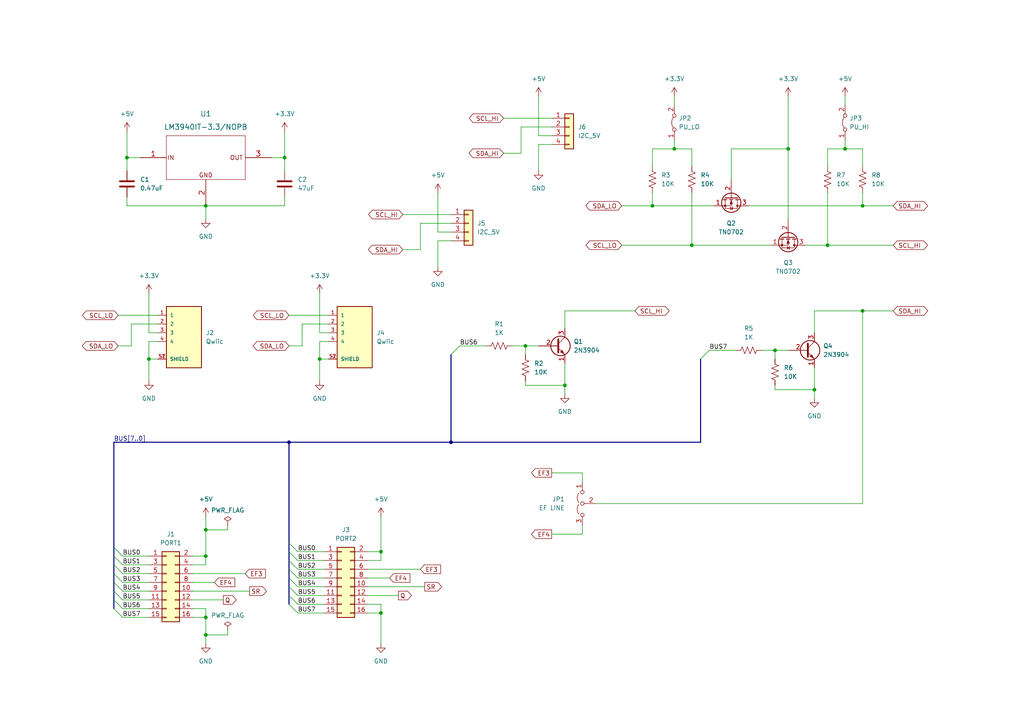
<source format=kicad_sch>
(kicad_sch (version 20211123) (generator eeschema)
  (paper "A4")
  (lib_symbols
    (symbol "Connector_Generic:Conn_01x04" (pin_names (offset 1.016) hide)
      (property "Reference" "J" (at 0 5.08 0))
      (property "Value" "Conn_01x04" (at 0 -7.62 0))
      (symbol "Conn_01x04_1_1"
        (rectangle (start -1.27 -4.953) (end 0 -5.207) (stroke (width 0.1524)))
        (rectangle (start -1.27 -2.413) (end 0 -2.667) (stroke (width 0.1524)))
        (rectangle (start -1.27 0.127) (end 0 -0.127) (stroke (width 0.1524)))
        (rectangle (start -1.27 2.667) (end 0 2.413) (stroke (width 0.1524)))
        (rectangle (start -1.27 3.81) (end 1.27 -6.35) (stroke (width 0.254)) (fill (type background)))
        (pin passive line (at -5.08 2.54 0) (length 3.81) (name "Pin_1") (number "1"))
        (pin passive line (at -5.08 0 0) (length 3.81) (name "Pin_2") (number "2"))
        (pin passive line (at -5.08 -2.54 0) (length 3.81) (name "Pin_3") (number "3"))
        (pin passive line (at -5.08 -5.08 0) (length 3.81) (name "Pin_4") (number "4"))
      )
    )
    (symbol "Connector_Generic:Conn_02x08_Odd_Even" (pin_names (offset 1.016) hide)
      (property "Reference" "J" (at 1.27 10.16 0))
      (property "Value" "Conn_02x08_Odd_Even" (at 1.27 -12.7 0))
      (symbol "Conn_02x08_Odd_Even_1_1"
        (rectangle (start -1.27 -10.033) (end 0 -10.287) (stroke (width 0.1524)))
        (rectangle (start -1.27 -7.493) (end 0 -7.747) (stroke (width 0.1524)))
        (rectangle (start -1.27 -4.953) (end 0 -5.207) (stroke (width 0.1524)))
        (rectangle (start -1.27 -2.413) (end 0 -2.667) (stroke (width 0.1524)))
        (rectangle (start -1.27 0.127) (end 0 -0.127) (stroke (width 0.1524)))
        (rectangle (start -1.27 2.667) (end 0 2.413) (stroke (width 0.1524)))
        (rectangle (start -1.27 5.207) (end 0 4.953) (stroke (width 0.1524)))
        (rectangle (start -1.27 7.747) (end 0 7.493) (stroke (width 0.1524)))
        (rectangle (start -1.27 8.89) (end 3.81 -11.43) (stroke (width 0.254)) (fill (type background)))
        (rectangle (start 3.81 -10.033) (end 2.54 -10.287) (stroke (width 0.1524)))
        (rectangle (start 3.81 -7.493) (end 2.54 -7.747) (stroke (width 0.1524)))
        (rectangle (start 3.81 -4.953) (end 2.54 -5.207) (stroke (width 0.1524)))
        (rectangle (start 3.81 -2.413) (end 2.54 -2.667) (stroke (width 0.1524)))
        (rectangle (start 3.81 0.127) (end 2.54 -0.127) (stroke (width 0.1524)))
        (rectangle (start 3.81 2.667) (end 2.54 2.413) (stroke (width 0.1524)))
        (rectangle (start 3.81 5.207) (end 2.54 4.953) (stroke (width 0.1524)))
        (rectangle (start 3.81 7.747) (end 2.54 7.493) (stroke (width 0.1524)))
        (pin passive line (at -5.08 7.62 0) (length 3.81) (name "Pin_1") (number "1"))
        (pin passive line (at 7.62 -2.54 180) (length 3.81) (name "Pin_10") (number "10"))
        (pin passive line (at -5.08 -5.08 0) (length 3.81) (name "Pin_11") (number "11"))
        (pin passive line (at 7.62 -5.08 180) (length 3.81) (name "Pin_12") (number "12"))
        (pin passive line (at -5.08 -7.62 0) (length 3.81) (name "Pin_13") (number "13"))
        (pin passive line (at 7.62 -7.62 180) (length 3.81) (name "Pin_14") (number "14"))
        (pin passive line (at -5.08 -10.16 0) (length 3.81) (name "Pin_15") (number "15"))
        (pin passive line (at 7.62 -10.16 180) (length 3.81) (name "Pin_16") (number "16"))
        (pin passive line (at 7.62 7.62 180) (length 3.81) (name "Pin_2") (number "2"))
        (pin passive line (at -5.08 5.08 0) (length 3.81) (name "Pin_3") (number "3"))
        (pin passive line (at 7.62 5.08 180) (length 3.81) (name "Pin_4") (number "4"))
        (pin passive line (at -5.08 2.54 0) (length 3.81) (name "Pin_5") (number "5"))
        (pin passive line (at 7.62 2.54 180) (length 3.81) (name "Pin_6") (number "6"))
        (pin passive line (at -5.08 0 0) (length 3.81) (name "Pin_7") (number "7"))
        (pin passive line (at 7.62 0 180) (length 3.81) (name "Pin_8") (number "8"))
        (pin passive line (at -5.08 -2.54 0) (length 3.81) (name "Pin_9") (number "9"))
      )
    )
    (symbol "Device:C" (pin_numbers hide) (pin_names (offset 0.254))
      (property "Reference" "C" (at 0.635 2.54 0))
      (property "Value" "C" (at 0.635 -2.54 0))
      (symbol "C_0_1"
        (polyline (pts (xy -2.032 -0.762) (xy 2.032 -0.762)) (stroke (width 0.508)))
        (polyline (pts (xy -2.032 0.762) (xy 2.032 0.762)) (stroke (width 0.508)))
      )
      (symbol "C_1_1"
        (pin passive line (at 0 3.81 270) (length 2.794) (name "~") (number "1"))
        (pin passive line (at 0 -3.81 90) (length 2.794) (name "~") (number "2"))
      )
    )
    (symbol "Device:Q_NMOS_SGD" (pin_names (offset 0) hide)
      (property "Reference" "Q" (at 5.08 1.27 0))
      (property "Value" "Q_NMOS_SGD" (at 5.08 -1.27 0))
      (symbol "Q_NMOS_SGD_0_1"
        (polyline (pts (xy 0.254 0) (xy -2.54 0)))
        (polyline (pts (xy 0.254 1.905) (xy 0.254 -1.905)) (stroke (width 0.254)))
        (polyline (pts (xy 0.762 -1.27) (xy 0.762 -2.286)) (stroke (width 0.254)))
        (polyline (pts (xy 0.762 0.508) (xy 0.762 -0.508)) (stroke (width 0.254)))
        (polyline (pts (xy 0.762 2.286) (xy 0.762 1.27)) (stroke (width 0.254)))
        (polyline (pts (xy 2.54 2.54) (xy 2.54 1.778)))
        (polyline (pts (xy 2.54 -2.54) (xy 2.54 0) (xy 0.762 0)))
        (polyline (pts (xy 0.762 -1.778) (xy 3.302 -1.778) (xy 3.302 1.778) (xy 0.762 1.778)))
        (polyline (pts (xy 1.016 0) (xy 2.032 0.381) (xy 2.032 -0.381) (xy 1.016 0)) (fill (type outline)))
        (polyline (pts (xy 2.794 0.508) (xy 2.921 0.381) (xy 3.683 0.381) (xy 3.81 0.254)))
        (polyline (pts (xy 3.302 0.381) (xy 2.921 -0.254) (xy 3.683 -0.254) (xy 3.302 0.381)))
        (circle (center 1.651 0) (radius 2.794) (stroke (width 0.254)))
        (circle (center 2.54 -1.778) (radius 0.254) (fill (type outline)))
        (circle (center 2.54 1.778) (radius 0.254) (fill (type outline)))
      )
      (symbol "Q_NMOS_SGD_1_1"
        (pin passive line (at 2.54 -5.08 90) (length 2.54) (name "S") (number "1"))
        (pin input line (at -5.08 0 0) (length 5.08) (name "G") (number "2"))
        (pin passive line (at 2.54 5.08 270) (length 2.54) (name "D") (number "3"))
      )
    )
    (symbol "Device:R_US" (pin_numbers hide) (pin_names (offset 0))
      (property "Reference" "R" (at 2.54 0 90))
      (property "Value" "R_US" (at -2.54 0 90))
      (symbol "R_US_0_1"
        (polyline (pts (xy 0 -2.286) (xy 0 -2.54)))
        (polyline (pts (xy 0 2.286) (xy 0 2.54)))
        (polyline (pts (xy 0 -0.762) (xy 1.016 -1.143) (xy 0 -1.524) (xy -1.016 -1.905) (xy 0 -2.286)))
        (polyline (pts (xy 0 0.762) (xy 1.016 0.381) (xy 0 0) (xy -1.016 -0.381) (xy 0 -0.762)))
        (polyline (pts (xy 0 2.286) (xy 1.016 1.905) (xy 0 1.524) (xy -1.016 1.143) (xy 0 0.762)))
      )
      (symbol "R_US_1_1"
        (pin passive line (at 0 3.81 270) (length 1.27) (name "~") (number "1"))
        (pin passive line (at 0 -3.81 90) (length 1.27) (name "~") (number "2"))
      )
    )
    (symbol "Jumper:Jumper_2_Bridged" (pin_names (offset 0) hide)
      (property "Reference" "JP" (at 0 1.905 0))
      (property "Value" "Jumper_2_Bridged" (at 0 -2.54 0))
      (symbol "Jumper_2_Bridged_0_0"
        (circle (center -2.032 0) (radius 0.508))
        (circle (center 2.032 0) (radius 0.508))
      )
      (symbol "Jumper_2_Bridged_0_1"
        (arc (start 1.524 0.254) (mid 0 0.762) (end -1.524 0.254))
      )
      (symbol "Jumper_2_Bridged_1_1"
        (pin passive line (at -5.08 0 0) (length 2.54) (name "A") (number "1"))
        (pin passive line (at 5.08 0 180) (length 2.54) (name "B") (number "2"))
      )
    )
    (symbol "Jumper:Jumper_3_Open" (pin_names (offset 0) hide)
      (property "Reference" "JP" (at -2.54 -2.54 0))
      (property "Value" "Jumper_3_Open" (at 0 2.794 0))
      (symbol "Jumper_3_Open_0_0"
        (circle (center -3.302 0) (radius 0.508))
        (circle (center 0 0) (radius 0.508))
        (circle (center 3.302 0) (radius 0.508))
      )
      (symbol "Jumper_3_Open_0_1"
        (arc (start -0.254 1.016) (mid -1.651 1.4992) (end -3.048 1.016))
        (polyline (pts (xy 0 -0.508) (xy 0 -1.27)))
        (arc (start 3.048 1.016) (mid 1.651 1.4992) (end 0.254 1.016))
      )
      (symbol "Jumper_3_Open_1_1"
        (pin passive line (at -6.35 0 0) (length 2.54) (name "A") (number "1"))
        (pin passive line (at 0 -3.81 90) (length 2.54) (name "C") (number "2"))
        (pin passive line (at 6.35 0 180) (length 2.54) (name "B") (number "3"))
      )
    )
    (symbol "QWIIC:SM04B-SRSS-TB(LF)(SN)" (pin_names (offset 1.016))
      (property "Reference" "J" (at -5.0831 8.1433 0))
      (property "Value" "SM04B-SRSS-TB(LF)(SN)" (at -5.0835 -11.9557 0))
      (symbol "SM04B-SRSS-TB(LF)(SN)_0_0"
        (rectangle (start -5.08 -10.16) (end 5.08 7.62) (stroke (width 0.254)) (fill (type background)))
        (pin passive line (at -7.62 5.08 0) (length 2.54) (name "1") (number "1"))
        (pin passive line (at -7.62 2.54 0) (length 2.54) (name "2") (number "2"))
        (pin passive line (at -7.62 0 0) (length 2.54) (name "3") (number "3"))
        (pin passive line (at -7.62 -2.54 0) (length 2.54) (name "4") (number "4"))
        (pin passive line (at -7.62 -7.62 0) (length 2.54) (name "SHIELD") (number "S1"))
        (pin passive line (at -7.62 -7.62 0) (length 2.54) (name "SHIELD") (number "S2"))
      )
    )
    (symbol "Regulator:LM3940IT-3.3{brace}slash}NOPB" (pin_names (offset 0.254) hide)
      (property "Reference" "U" (at 19.05 10.16 0))
      (property "Value" "LM3940IT-3.3{brace}slash}NOPB" (at 19.05 7.62 0))
      (symbol "LM3940IT-3.3{brace}slash}NOPB_0_0"
        (text "GND" (at 19.05 -6.35 0) (effects (font (size 1.27 1.27))))
        (text "IN" (at 8.89 -1.27 0) (effects (font (size 1.27 1.27))))
        (text "OUT" (at 27.94 -1.27 0) (effects (font (size 1.27 1.27))))
      )
      (symbol "LM3940IT-3.3{brace}slash}NOPB_1_1"
        (polyline (pts (xy 7.62 -7.62) (xy 30.48 -7.62)) (stroke (width 0.127)))
        (polyline (pts (xy 7.62 5.08) (xy 7.62 -7.62)) (stroke (width 0.127)))
        (polyline (pts (xy 30.48 -7.62) (xy 30.48 5.08)) (stroke (width 0.127)))
        (polyline (pts (xy 30.48 5.08) (xy 7.62 5.08)) (stroke (width 0.127)))
        (pin power_in line (at 0 -1.27 0) (length 7.62) (name "IN") (number "1"))
        (pin power_in line (at 19.05 -15.24 90) (length 7.62) (name "GND") (number "2"))
        (pin power_out line (at 38.1 -1.27 180) (length 7.62) (name "OUT") (number "3"))
      )
    )
    (symbol "Transistor_BJT:2N3904" (pin_names (offset 0) hide)
      (property "Reference" "Q" (at 5.08 1.905 0))
      (property "Value" "2N3904" (at 5.08 0 0))
      (symbol "2N3904_0_1"
        (polyline (pts (xy 0.635 0.635) (xy 2.54 2.54)))
        (polyline (pts (xy 0.635 -0.635) (xy 2.54 -2.54) (xy 2.54 -2.54)))
        (polyline (pts (xy 0.635 1.905) (xy 0.635 -1.905) (xy 0.635 -1.905)) (stroke (width 0.508)))
        (polyline (pts (xy 1.27 -1.778) (xy 1.778 -1.27) (xy 2.286 -2.286) (xy 1.27 -1.778) (xy 1.27 -1.778)) (fill (type outline)))
        (circle (center 1.27 0) (radius 2.8194) (stroke (width 0.254)))
      )
      (symbol "2N3904_1_1"
        (pin passive line (at 2.54 -5.08 90) (length 2.54) (name "E") (number "1"))
        (pin passive line (at -5.08 0 0) (length 5.715) (name "B") (number "2"))
        (pin passive line (at 2.54 5.08 270) (length 2.54) (name "C") (number "3"))
      )
    )
    (symbol "power:+3.3V" (power) (pin_names (offset 0))
      (property "Value" "+3.3V" (at 0 3.556 0))
      (symbol "+3.3V_0_1"
        (polyline (pts (xy -0.762 1.27) (xy 0 2.54)))
        (polyline (pts (xy 0 0) (xy 0 2.54)))
        (polyline (pts (xy 0 2.54) (xy 0.762 1.27)))
      )
      (symbol "+3.3V_1_1"
        (pin power_in line (at 0 0 90) (length 0) hide (name "+3.3V") (number "1"))
      )
    )
    (symbol "power:+5V" (power) (pin_names (offset 0))
      (property "Value" "+5V" (at 0 3.556 0))
      (symbol "+5V_0_1"
        (polyline (pts (xy -0.762 1.27) (xy 0 2.54)))
        (polyline (pts (xy 0 0) (xy 0 2.54)))
        (polyline (pts (xy 0 2.54) (xy 0.762 1.27)))
      )
      (symbol "+5V_1_1"
        (pin power_in line (at 0 0 90) (length 0) hide (name "+5V") (number "1"))
      )
    )
    (symbol "power:GND" (power) (pin_names (offset 0))
      (property "Value" "GND" (at 0 -3.81 0))
      (symbol "GND_0_1"
        (polyline (pts (xy 0 0) (xy 0 -1.27) (xy 1.27 -1.27) (xy 0 -2.54) (xy -1.27 -1.27) (xy 0 -1.27)))
      )
      (symbol "GND_1_1"
        (pin power_in line (at 0 0 270) (length 0) hide (name "GND") (number "1"))
      )
    )
    (symbol "power:PWR_FLAG" (power) (pin_numbers hide) (pin_names (offset 0) hide)
      (property "Value" "PWR_FLAG" (at 0 3.81 0))
      (symbol "PWR_FLAG_0_0"
        (pin power_out line (at 0 0 90) (length 0) (name "pwr") (number "1"))
      )
      (symbol "PWR_FLAG_0_1"
        (polyline (pts (xy 0 0) (xy 0 1.27) (xy -1.016 1.905) (xy 0 2.54) (xy 1.016 1.905) (xy 0 1.27)))
      )
    )
  )
  (junction (at 59.69 184.15))
  (junction (at 36.83 45.72))
  (junction (at 224.79 101.6))
  (junction (at 43.18 104.14))
  (junction (at 240.03 71.12))
  (junction (at 195.58 43.18))
  (junction (at 110.49 177.8))
  (junction (at 200.66 71.12))
  (junction (at 59.69 179.07))
  (junction (at 236.22 113.03))
  (junction (at 59.69 59.69))
  (junction (at 82.55 45.72))
  (junction (at 110.49 160.02))
  (junction (at 83.82 128.27))
  (junction (at 250.19 59.69))
  (junction (at 245.11 43.18))
  (junction (at 228.6 43.18))
  (junction (at 92.71 104.14))
  (junction (at 130.81 128.27))
  (junction (at 163.83 111.76))
  (junction (at 59.69 153.67))
  (junction (at 59.69 161.29))
  (junction (at 250.19 90.17))
  (junction (at 189.23 59.69))
  (junction (at 152.4 100.33))
  (bus_entry (at 33.02 163.83) (size 2.54 2.54))
  (bus_entry (at 33.02 173.99) (size 2.54 2.54))
  (bus_entry (at 33.02 171.45) (size 2.54 2.54))
  (bus_entry (at 33.02 166.37) (size 2.54 2.54))
  (bus_entry (at 33.02 168.91) (size 2.54 2.54))
  (bus_entry (at 33.02 161.29) (size 2.54 2.54))
  (bus_entry (at 33.02 158.75) (size 2.54 2.54))
  (bus_entry (at 83.82 167.64) (size 2.54 2.54))
  (bus_entry (at 83.82 165.1) (size 2.54 2.54))
  (bus_entry (at 83.82 170.18) (size 2.54 2.54))
  (bus_entry (at 83.82 160.02) (size 2.54 2.54))
  (bus_entry (at 130.81 102.87) (size 2.54 -2.54))
  (bus_entry (at 83.82 162.56) (size 2.54 2.54))
  (bus_entry (at 83.82 157.48) (size 2.54 2.54))
  (bus_entry (at 83.82 172.72) (size 2.54 2.54))
  (bus_entry (at 33.02 176.53) (size 2.54 2.54))
  (bus_entry (at 83.82 175.26) (size 2.54 2.54))
  (bus_entry (at 203.2 104.14) (size 2.54 -2.54))
  (wire (pts (xy 106.68 175.26) (xy 110.49 175.26)))
  (wire (pts (xy 121.92 64.77) (xy 130.81 64.77)))
  (bus (pts (xy 33.02 171.45) (xy 33.02 173.99)))
  (wire (pts (xy 59.69 59.69) (xy 59.69 63.5)))
  (wire (pts (xy 43.18 85.09) (xy 43.18 96.52)))
  (wire (pts (xy 36.83 59.69) (xy 59.69 59.69)))
  (wire (pts (xy 233.68 71.12) (xy 240.03 71.12)))
  (wire (pts (xy 110.49 162.56) (xy 110.49 160.02)))
  (wire (pts (xy 82.55 57.15) (xy 82.55 59.69)))
  (wire (pts (xy 236.22 90.17) (xy 250.19 90.17)))
  (wire (pts (xy 163.83 90.17) (xy 184.15 90.17)))
  (bus (pts (xy 33.02 166.37) (xy 33.02 168.91)))
  (wire (pts (xy 156.21 49.53) (xy 156.21 41.91)))
  (wire (pts (xy 35.56 173.99) (xy 43.18 173.99)))
  (wire (pts (xy 83.82 91.44) (xy 95.25 91.44)))
  (wire (pts (xy 180.34 59.69) (xy 189.23 59.69)))
  (wire (pts (xy 82.55 45.72) (xy 82.55 49.53)))
  (wire (pts (xy 35.56 171.45) (xy 43.18 171.45)))
  (wire (pts (xy 156.21 27.94) (xy 156.21 39.37)))
  (wire (pts (xy 127 77.47) (xy 127 69.85)))
  (wire (pts (xy 59.69 59.69) (xy 82.55 59.69)))
  (wire (pts (xy 146.05 34.29) (xy 160.02 34.29)))
  (wire (pts (xy 106.68 165.1) (xy 121.92 165.1)))
  (wire (pts (xy 55.88 168.91) (xy 62.23 168.91)))
  (bus (pts (xy 83.82 162.56) (xy 83.82 165.1)))
  (wire (pts (xy 228.6 27.94) (xy 228.6 43.18)))
  (wire (pts (xy 130.81 67.31) (xy 127 67.31)))
  (wire (pts (xy 66.04 152.4) (xy 66.04 153.67)))
  (wire (pts (xy 92.71 99.06) (xy 92.71 104.14)))
  (wire (pts (xy 110.49 177.8) (xy 110.49 186.69)))
  (wire (pts (xy 236.22 113.03) (xy 236.22 115.57)))
  (bus (pts (xy 33.02 163.83) (xy 33.02 166.37)))
  (wire (pts (xy 106.68 167.64) (xy 113.03 167.64)))
  (wire (pts (xy 152.4 111.76) (xy 163.83 111.76)))
  (wire (pts (xy 228.6 43.18) (xy 228.6 63.5)))
  (wire (pts (xy 163.83 90.17) (xy 163.83 95.25)))
  (bus (pts (xy 83.82 165.1) (xy 83.82 167.64)))
  (wire (pts (xy 83.82 100.33) (xy 87.63 100.33)))
  (wire (pts (xy 152.4 100.33) (xy 152.4 102.87)))
  (wire (pts (xy 224.79 101.6) (xy 228.6 101.6)))
  (wire (pts (xy 217.17 59.69) (xy 250.19 59.69)))
  (wire (pts (xy 106.68 160.02) (xy 110.49 160.02)))
  (wire (pts (xy 38.1 100.33) (xy 38.1 93.98)))
  (bus (pts (xy 83.82 172.72) (xy 83.82 175.26)))
  (wire (pts (xy 160.02 137.16) (xy 168.91 137.16)))
  (wire (pts (xy 59.69 179.07) (xy 59.69 184.15)))
  (wire (pts (xy 189.23 48.26) (xy 189.23 43.18)))
  (wire (pts (xy 152.4 100.33) (xy 156.21 100.33)))
  (bus (pts (xy 33.02 158.75) (xy 33.02 161.29)))
  (wire (pts (xy 78.74 45.72) (xy 82.55 45.72)))
  (wire (pts (xy 35.56 168.91) (xy 43.18 168.91)))
  (wire (pts (xy 55.88 171.45) (xy 72.39 171.45)))
  (wire (pts (xy 36.83 45.72) (xy 40.64 45.72)))
  (wire (pts (xy 82.55 38.1) (xy 82.55 45.72)))
  (wire (pts (xy 35.56 179.07) (xy 43.18 179.07)))
  (wire (pts (xy 86.36 165.1) (xy 93.98 165.1)))
  (wire (pts (xy 55.88 166.37) (xy 71.12 166.37)))
  (wire (pts (xy 86.36 170.18) (xy 93.98 170.18)))
  (bus (pts (xy 33.02 128.27) (xy 33.02 158.75)))
  (wire (pts (xy 195.58 40.64) (xy 195.58 43.18)))
  (wire (pts (xy 86.36 162.56) (xy 93.98 162.56)))
  (bus (pts (xy 83.82 128.27) (xy 130.81 128.27)))
  (wire (pts (xy 160.02 39.37) (xy 156.21 39.37)))
  (bus (pts (xy 83.82 170.18) (xy 83.82 172.72)))
  (wire (pts (xy 87.63 93.98) (xy 95.25 93.98)))
  (wire (pts (xy 43.18 96.52) (xy 45.72 96.52)))
  (wire (pts (xy 59.69 184.15) (xy 59.69 186.69)))
  (wire (pts (xy 163.83 111.76) (xy 163.83 114.3)))
  (wire (pts (xy 250.19 90.17) (xy 259.08 90.17)))
  (wire (pts (xy 224.79 111.76) (xy 224.79 113.03)))
  (wire (pts (xy 160.02 154.94) (xy 168.91 154.94)))
  (wire (pts (xy 195.58 43.18) (xy 200.66 43.18)))
  (wire (pts (xy 110.49 175.26) (xy 110.49 177.8)))
  (bus (pts (xy 83.82 160.02) (xy 83.82 162.56)))
  (wire (pts (xy 86.36 177.8) (xy 93.98 177.8)))
  (bus (pts (xy 33.02 128.27) (xy 83.82 128.27)))
  (wire (pts (xy 245.11 27.94) (xy 245.11 30.48)))
  (wire (pts (xy 189.23 59.69) (xy 207.01 59.69)))
  (wire (pts (xy 168.91 154.94) (xy 168.91 152.4)))
  (wire (pts (xy 95.25 104.14) (xy 92.71 104.14)))
  (wire (pts (xy 110.49 160.02) (xy 110.49 149.86)))
  (wire (pts (xy 240.03 71.12) (xy 259.08 71.12)))
  (wire (pts (xy 36.83 57.15) (xy 36.83 59.69)))
  (wire (pts (xy 38.1 93.98) (xy 45.72 93.98)))
  (wire (pts (xy 86.36 175.26) (xy 93.98 175.26)))
  (bus (pts (xy 33.02 168.91) (xy 33.02 171.45)))
  (wire (pts (xy 59.69 163.83) (xy 59.69 161.29)))
  (bus (pts (xy 83.82 157.48) (xy 83.82 160.02)))
  (wire (pts (xy 116.84 72.39) (xy 121.92 72.39)))
  (wire (pts (xy 172.72 146.05) (xy 250.19 146.05)))
  (bus (pts (xy 33.02 173.99) (xy 33.02 176.53)))
  (wire (pts (xy 55.88 161.29) (xy 59.69 161.29)))
  (wire (pts (xy 55.88 179.07) (xy 59.69 179.07)))
  (wire (pts (xy 163.83 105.41) (xy 163.83 111.76)))
  (wire (pts (xy 224.79 113.03) (xy 236.22 113.03)))
  (wire (pts (xy 55.88 176.53) (xy 59.69 176.53)))
  (bus (pts (xy 33.02 161.29) (xy 33.02 163.83)))
  (wire (pts (xy 148.59 100.33) (xy 152.4 100.33)))
  (wire (pts (xy 116.84 62.23) (xy 130.81 62.23)))
  (wire (pts (xy 66.04 182.88) (xy 66.04 184.15)))
  (wire (pts (xy 245.11 43.18) (xy 250.19 43.18)))
  (wire (pts (xy 35.56 176.53) (xy 43.18 176.53)))
  (wire (pts (xy 87.63 100.33) (xy 87.63 93.98)))
  (wire (pts (xy 195.58 27.94) (xy 195.58 30.48)))
  (wire (pts (xy 205.74 101.6) (xy 213.36 101.6)))
  (bus (pts (xy 130.81 128.27) (xy 203.2 128.27)))
  (wire (pts (xy 200.66 55.88) (xy 200.66 71.12)))
  (wire (pts (xy 133.35 100.33) (xy 140.97 100.33)))
  (wire (pts (xy 92.71 85.09) (xy 92.71 96.52)))
  (wire (pts (xy 127 55.88) (xy 127 67.31)))
  (wire (pts (xy 224.79 101.6) (xy 224.79 104.14)))
  (wire (pts (xy 34.29 100.33) (xy 38.1 100.33)))
  (wire (pts (xy 55.88 173.99) (xy 64.77 173.99)))
  (wire (pts (xy 59.69 161.29) (xy 59.69 153.67)))
  (wire (pts (xy 43.18 99.06) (xy 43.18 104.14)))
  (wire (pts (xy 86.36 167.64) (xy 93.98 167.64)))
  (bus (pts (xy 83.82 167.64) (xy 83.82 170.18)))
  (wire (pts (xy 92.71 96.52) (xy 95.25 96.52)))
  (wire (pts (xy 200.66 43.18) (xy 200.66 48.26)))
  (wire (pts (xy 250.19 55.88) (xy 250.19 59.69)))
  (wire (pts (xy 45.72 104.14) (xy 43.18 104.14)))
  (wire (pts (xy 189.23 43.18) (xy 195.58 43.18)))
  (wire (pts (xy 35.56 163.83) (xy 43.18 163.83)))
  (wire (pts (xy 152.4 110.49) (xy 152.4 111.76)))
  (wire (pts (xy 121.92 72.39) (xy 121.92 64.77)))
  (wire (pts (xy 127 69.85) (xy 130.81 69.85)))
  (wire (pts (xy 236.22 90.17) (xy 236.22 96.52)))
  (wire (pts (xy 35.56 166.37) (xy 43.18 166.37)))
  (bus (pts (xy 203.2 104.14) (xy 203.2 128.27)))
  (wire (pts (xy 36.83 45.72) (xy 36.83 49.53)))
  (wire (pts (xy 250.19 146.05) (xy 250.19 90.17)))
  (wire (pts (xy 95.25 99.06) (xy 92.71 99.06)))
  (wire (pts (xy 34.29 91.44) (xy 45.72 91.44)))
  (wire (pts (xy 66.04 184.15) (xy 59.69 184.15)))
  (wire (pts (xy 35.56 161.29) (xy 43.18 161.29)))
  (wire (pts (xy 189.23 55.88) (xy 189.23 59.69)))
  (wire (pts (xy 86.36 160.02) (xy 93.98 160.02)))
  (wire (pts (xy 151.13 44.45) (xy 151.13 36.83)))
  (wire (pts (xy 59.69 153.67) (xy 66.04 153.67)))
  (wire (pts (xy 106.68 162.56) (xy 110.49 162.56)))
  (wire (pts (xy 250.19 43.18) (xy 250.19 48.26)))
  (wire (pts (xy 151.13 36.83) (xy 160.02 36.83)))
  (wire (pts (xy 220.98 101.6) (xy 224.79 101.6)))
  (wire (pts (xy 240.03 48.26) (xy 240.03 43.18)))
  (wire (pts (xy 180.34 71.12) (xy 200.66 71.12)))
  (bus (pts (xy 130.81 102.87) (xy 130.81 128.27)))
  (wire (pts (xy 36.83 38.1) (xy 36.83 45.72)))
  (wire (pts (xy 106.68 170.18) (xy 123.19 170.18)))
  (wire (pts (xy 92.71 104.14) (xy 92.71 110.49)))
  (wire (pts (xy 240.03 43.18) (xy 245.11 43.18)))
  (wire (pts (xy 212.09 52.07) (xy 212.09 43.18)))
  (wire (pts (xy 240.03 55.88) (xy 240.03 71.12)))
  (wire (pts (xy 212.09 43.18) (xy 228.6 43.18)))
  (wire (pts (xy 86.36 172.72) (xy 93.98 172.72)))
  (wire (pts (xy 55.88 163.83) (xy 59.69 163.83)))
  (wire (pts (xy 59.69 176.53) (xy 59.69 179.07)))
  (wire (pts (xy 200.66 71.12) (xy 223.52 71.12)))
  (wire (pts (xy 146.05 44.45) (xy 151.13 44.45)))
  (wire (pts (xy 59.69 153.67) (xy 59.69 149.86)))
  (wire (pts (xy 168.91 137.16) (xy 168.91 139.7)))
  (wire (pts (xy 106.68 172.72) (xy 115.57 172.72)))
  (wire (pts (xy 245.11 40.64) (xy 245.11 43.18)))
  (wire (pts (xy 45.72 99.06) (xy 43.18 99.06)))
  (wire (pts (xy 156.21 41.91) (xy 160.02 41.91)))
  (wire (pts (xy 250.19 59.69) (xy 259.08 59.69)))
  (wire (pts (xy 106.68 177.8) (xy 110.49 177.8)))
  (bus (pts (xy 83.82 128.27) (xy 83.82 157.48)))
  (wire (pts (xy 236.22 106.68) (xy 236.22 113.03)))
  (wire (pts (xy 43.18 104.14) (xy 43.18 110.49)))
  (label "BUS3" (at 86.36 167.64 0))
  (label "BUS7" (at 86.36 177.8 0))
  (label "BUS7" (at 205.74 101.6 0))
  (label "BUS4" (at 86.36 170.18 0))
  (label "BUS1" (at 86.36 162.56 0))
  (label "BUS0" (at 86.36 160.02 0))
  (label "BUS5" (at 35.56 173.99 0))
  (label "BUS5" (at 86.36 172.72 0))
  (label "BUS2" (at 86.36 165.1 0))
  (label "BUS4" (at 35.56 171.45 0))
  (label "BUS[7..0]" (at 33.02 128.27 0))
  (label "BUS6" (at 86.36 175.26 0))
  (label "BUS6" (at 35.56 176.53 0))
  (label "BUS6" (at 133.35 100.33 0))
  (label "BUS7" (at 35.56 179.07 0))
  (label "BUS1" (at 35.56 163.83 0))
  (label "BUS2" (at 35.56 166.37 0))
  (label "BUS3" (at 35.56 168.91 0))
  (label "BUS0" (at 35.56 161.29 0))
  (global_label "SCL_HI" (shape bidirectional) (at 116.84 62.23 180) (property "Intersheet References" "${INTERSHEET_REFS}" (effects hide)))
  (global_label "EF3" (shape input) (at 121.92 165.1 0) (property "Intersheet References" "${INTERSHEET_REFS}" (effects hide)))
  (global_label "SDA_LO" (shape bidirectional) (at 180.34 59.69 180) (property "Intersheet References" "${INTERSHEET_REFS}" (effects hide)))
  (global_label "SDA_HI" (shape bidirectional) (at 146.05 44.45 180) (property "Intersheet References" "${INTERSHEET_REFS}" (effects hide)))
  (global_label "SCL_LO" (shape bidirectional) (at 34.29 91.44 180) (property "Intersheet References" "${INTERSHEET_REFS}" (effects hide)))
  (global_label "SCL_LO" (shape bidirectional) (at 180.34 71.12 180) (property "Intersheet References" "${INTERSHEET_REFS}" (effects hide)))
  (global_label "EF4" (shape input) (at 62.23 168.91 0) (property "Intersheet References" "${INTERSHEET_REFS}" (effects hide)))
  (global_label "EF4" (shape input) (at 113.03 167.64 0) (property "Intersheet References" "${INTERSHEET_REFS}" (effects hide)))
  (global_label "SR" (shape output) (at 72.39 171.45 0) (property "Intersheet References" "${INTERSHEET_REFS}" (effects hide)))
  (global_label "Q" (shape output) (at 64.77 173.99 0) (property "Intersheet References" "${INTERSHEET_REFS}" (effects hide)))
  (global_label "SCL_HI" (shape bidirectional) (at 259.08 71.12 0) (property "Intersheet References" "${INTERSHEET_REFS}" (effects hide)))
  (global_label "EF3" (shape output) (at 160.02 137.16 180) (property "Intersheet References" "${INTERSHEET_REFS}" (effects hide)))
  (global_label "EF4" (shape output) (at 160.02 154.94 180) (property "Intersheet References" "${INTERSHEET_REFS}" (effects hide)))
  (global_label "SDA_HI" (shape bidirectional) (at 116.84 72.39 180) (property "Intersheet References" "${INTERSHEET_REFS}" (effects hide)))
  (global_label "SDA_HI" (shape bidirectional) (at 259.08 90.17 0) (property "Intersheet References" "${INTERSHEET_REFS}" (effects hide)))
  (global_label "SCL_HI" (shape bidirectional) (at 184.15 90.17 0) (property "Intersheet References" "${INTERSHEET_REFS}" (effects hide)))
  (global_label "SDA_HI" (shape bidirectional) (at 259.08 59.69 0) (property "Intersheet References" "${INTERSHEET_REFS}" (effects hide)))
  (global_label "EF3" (shape input) (at 71.12 166.37 0) (property "Intersheet References" "${INTERSHEET_REFS}" (effects hide)))
  (global_label "Q" (shape output) (at 115.57 172.72 0) (property "Intersheet References" "${INTERSHEET_REFS}" (effects hide)))
  (global_label "SDA_LO" (shape bidirectional) (at 34.29 100.33 180) (property "Intersheet References" "${INTERSHEET_REFS}" (effects hide)))
  (global_label "SCL_HI" (shape bidirectional) (at 146.05 34.29 180) (property "Intersheet References" "${INTERSHEET_REFS}" (effects hide)))
  (global_label "SCL_LO" (shape bidirectional) (at 83.82 91.44 180) (property "Intersheet References" "${INTERSHEET_REFS}" (effects hide)))
  (global_label "SDA_LO" (shape bidirectional) (at 83.82 100.33 180) (property "Intersheet References" "${INTERSHEET_REFS}" (effects hide)))
  (global_label "SR" (shape output) (at 123.19 170.18 0) (property "Intersheet References" "${INTERSHEET_REFS}" (effects hide)))
  (symbol (lib_id "power:+5V") (at 245.11 27.94 0) (unit 1)
    (property "Reference" "#PWR020" (effects hide))
    (property "Value" "+5V" (at 245.11 22.86 0))
  )
  (symbol (lib_id "Jumper:Jumper_3_Open") (at 168.91 146.05 90) (mirror x) (unit 1)
    (property "Reference" "JP1" (at 163.83 144.78 90) (effects (justify left)))
    (property "Value" "EF LINE" (at 163.83 147.32 90) (effects (justify left)))
    (property "Footprint" "Connector_PinHeader_2.54mm:PinHeader_1x03_P2.54mm_Vertical" (effects hide))
  )
  (symbol (lib_id "power:+5V") (at 36.83 38.1 0) (unit 1)
    (property "Reference" "#PWR01" (effects hide))
    (property "Value" "+5V" (at 36.83 33.02 0))
  )
  (symbol (lib_id "power:GND") (at 163.83 114.3 0) (unit 1)
    (property "Reference" "#PWR016" (effects hide))
    (property "Value" "GND" (at 163.83 119.38 0))
  )
  (symbol (lib_id "Device:R_US") (at 250.19 52.07 180) (unit 1)
    (property "Reference" "R8" (at 252.73 50.7999 0) (effects (justify right)))
    (property "Value" "10K" (at 252.73 53.3399 0) (effects (justify right)))
    (property "Footprint" "Resistor_THT:R_Axial_DIN0207_L6.3mm_D2.5mm_P10.16mm_Horizontal" (effects hide))
  )
  (symbol (lib_id "power:GND") (at 110.49 186.69 0) (unit 1)
    (property "Reference" "#PWR011" (effects hide))
    (property "Value" "GND" (at 110.49 191.77 0))
  )
  (symbol (lib_id "Regulator:LM3940IT-3.3{brace}slash}NOPB") (at 40.64 44.45 0) (unit 1)
    (property "Reference" "U1" (at 59.69 33.02 0) (effects (font (size 1.524 1.524))))
    (property "Value" "LM3940IT-3.3{slash}NOPB" (at 59.69 36.83 0) (effects (font (size 1.524 1.524))))
    (property "Footprint" "Package_TO_SOT_THT:TO-220-3_Horizontal_TabDown" (effects hide))
  )
  (symbol (lib_id "Device:R_US") (at 189.23 52.07 180) (unit 1)
    (property "Reference" "R3" (at 191.77 50.7999 0) (effects (justify right)))
    (property "Value" "10K" (at 191.77 53.3399 0) (effects (justify right)))
    (property "Footprint" "Resistor_THT:R_Axial_DIN0207_L6.3mm_D2.5mm_P10.16mm_Horizontal" (effects hide))
  )
  (symbol (lib_id "Device:Q_NMOS_SGD") (at 228.6 68.58 270) (unit 1)
    (property "Reference" "Q3" (at 228.6 76.2 90))
    (property "Value" "TN0702" (at 228.6 78.74 90))
    (property "Footprint" "Package_TO_SOT_THT:TO-92" (effects hide))
  )
  (symbol (lib_id "Device:R_US") (at 217.17 101.6 90) (unit 1)
    (property "Reference" "R5" (at 217.17 95.25 90))
    (property "Value" "1K" (at 217.17 97.79 90))
    (property "Footprint" "Resistor_THT:R_Axial_DIN0207_L6.3mm_D2.5mm_P10.16mm_Horizontal" (effects hide))
  )
  (symbol (lib_id "Transistor_BJT:2N3904") (at 161.29 100.33 0) (unit 1)
    (property "Reference" "Q1" (at 166.37 99.0599 0) (effects (justify left)))
    (property "Value" "2N3904" (at 166.37 101.5999 0) (effects (justify left)))
    (property "Footprint" "Package_TO_SOT_THT:TO-92" (effects hide))
    (property "Datasheet" "https://www.onsemi.com/pub/Collateral/2N3903-D.PDF" (effects hide))
  )
  (symbol (lib_id "Device:C") (at 36.83 53.34 0) (unit 1)
    (property "Reference" "C1" (at 40.64 52.0699 0) (effects (justify left)))
    (property "Value" "0.47uF" (at 40.64 54.6099 0) (effects (justify left)))
    (property "Footprint" "Capacitor_THT:C_Disc_D5.0mm_W2.5mm_P2.50mm" (effects hide))
  )
  (symbol (lib_id "power:GND") (at 92.71 110.49 0) (unit 1)
    (property "Reference" "#PWR09" (effects hide))
    (property "Value" "GND" (at 92.71 115.57 0))
  )
  (symbol (lib_id "power:GND") (at 59.69 186.69 0) (unit 1)
    (property "Reference" "#PWR06" (effects hide))
    (property "Value" "GND" (at 59.69 191.77 0))
  )
  (symbol (lib_id "power:GND") (at 43.18 110.49 0) (unit 1)
    (property "Reference" "#PWR03" (effects hide))
    (property "Value" "GND" (at 43.18 115.57 0))
  )
  (symbol (lib_id "Device:R_US") (at 200.66 52.07 180) (unit 1)
    (property "Reference" "R4" (at 203.2 50.7999 0) (effects (justify right)))
    (property "Value" "10K" (at 203.2 53.3399 0) (effects (justify right)))
    (property "Footprint" "Resistor_THT:R_Axial_DIN0207_L6.3mm_D2.5mm_P10.16mm_Horizontal" (effects hide))
  )
  (symbol (lib_id "power:GND") (at 127 77.47 0) (unit 1)
    (property "Reference" "#PWR013" (effects hide))
    (property "Value" "GND" (at 127 82.55 0))
  )
  (symbol (lib_id "power:+3.3V") (at 82.55 38.1 0) (unit 1)
    (property "Reference" "#PWR07" (effects hide))
    (property "Value" "+3.3V" (at 82.55 33.02 0))
  )
  (symbol (lib_id "Device:C") (at 82.55 53.34 0) (unit 1)
    (property "Reference" "C2" (at 86.36 52.0699 0) (effects (justify left)))
    (property "Value" "47uF" (at 86.36 54.6099 0) (effects (justify left)))
    (property "Footprint" "Capacitor_THT:C_Radial_D6.3mm_H11.0mm_P2.50mm" (effects hide))
  )
  (symbol (lib_id "Jumper:Jumper_2_Bridged") (at 245.11 35.56 90) (unit 1)
    (property "Reference" "JP3" (at 246.38 34.2899 90) (effects (justify right)))
    (property "Value" "PU_HI" (at 246.38 36.8299 90) (effects (justify right)))
    (property "Footprint" "Connector_PinHeader_2.54mm:PinHeader_1x02_P2.54mm_Vertical" (effects hide))
  )
  (symbol (lib_id "power:+5V") (at 59.69 149.86 0) (unit 1)
    (property "Reference" "#PWR05" (effects hide))
    (property "Value" "+5V" (at 59.69 144.78 0))
  )
  (symbol (lib_id "power:+3.3V") (at 92.71 85.09 0) (unit 1)
    (property "Reference" "#PWR08" (effects hide))
    (property "Value" "+3.3V" (at 92.71 80.01 0))
  )
  (symbol (lib_id "power:+3.3V") (at 43.18 85.09 0) (unit 1)
    (property "Reference" "#PWR02" (effects hide))
    (property "Value" "+3.3V" (at 43.18 80.01 0))
  )
  (symbol (lib_id "power:+3.3V") (at 228.6 27.94 0) (unit 1)
    (property "Reference" "#PWR018" (effects hide))
    (property "Value" "+3.3V" (at 228.6 22.86 0))
  )
  (symbol (lib_id "power:GND") (at 59.69 63.5 0) (unit 1)
    (property "Reference" "#PWR04" (effects hide))
    (property "Value" "GND" (at 59.69 68.58 0))
  )
  (symbol (lib_id "Connector_Generic:Conn_02x08_Odd_Even") (at 99.06 167.64 0) (unit 1)
    (property "Reference" "J3" (at 100.33 153.67 0))
    (property "Value" "PORT2" (at 100.33 156.21 0))
    (property "Footprint" "Connector_PinHeader_2.54mm:PinHeader_2x08_P2.54mm_Vertical" (effects hide))
  )
  (symbol (lib_id "Connector_Generic:Conn_01x04") (at 135.89 64.77 0) (unit 1)
    (property "Reference" "J5" (at 138.43 64.7699 0) (effects (justify left)))
    (property "Value" "I2C_5V" (at 138.43 67.3099 0) (effects (justify left)))
    (property "Footprint" "Connector_PinHeader_2.54mm:PinHeader_1x04_P2.54mm_Vertical" (effects hide))
  )
  (symbol (lib_id "power:GND") (at 236.22 115.57 0) (unit 1)
    (property "Reference" "#PWR019" (effects hide))
    (property "Value" "GND" (at 236.22 120.65 0))
  )
  (symbol (lib_id "Transistor_BJT:2N3904") (at 233.68 101.6 0) (unit 1)
    (property "Reference" "Q4" (at 238.76 100.3299 0) (effects (justify left)))
    (property "Value" "2N3904" (at 238.76 102.8699 0) (effects (justify left)))
    (property "Footprint" "Package_TO_SOT_THT:TO-92" (effects hide))
    (property "Datasheet" "https://www.onsemi.com/pub/Collateral/2N3903-D.PDF" (effects hide))
  )
  (symbol (lib_id "QWIIC:SM04B-SRSS-TB(LF)(SN)") (at 102.87 96.52 0) (unit 1)
    (property "Reference" "J4" (at 109.22 96.5199 0) (effects (justify left)))
    (property "Value" "Qwiic" (at 109.22 99.0599 0) (effects (justify left)))
    (property "Footprint" "Qwiic:JST_SM04B-SRSS-TB(LF)(SN)" (effects hide))
    (property "MANUFACTURER" "JST" (effects hide))
    (property "STANDARD" "Manufacturer recommendations" (effects hide))
  )
  (symbol (lib_id "QWIIC:SM04B-SRSS-TB(LF)(SN)") (at 53.34 96.52 0) (unit 1)
    (property "Reference" "J2" (at 59.69 96.5199 0) (effects (justify left)))
    (property "Value" "Qwiic" (at 59.69 99.0599 0) (effects (justify left)))
    (property "Footprint" "Qwiic:JST_SM04B-SRSS-TB(LF)(SN)" (effects hide))
    (property "MANUFACTURER" "JST" (effects hide))
    (property "STANDARD" "Manufacturer recommendations" (effects hide))
  )
  (symbol (lib_id "Device:R_US") (at 224.79 107.95 180) (unit 1)
    (property "Reference" "R6" (at 227.33 106.6799 0) (effects (justify right)))
    (property "Value" "10K" (at 227.33 109.2199 0) (effects (justify right)))
    (property "Footprint" "Resistor_THT:R_Axial_DIN0207_L6.3mm_D2.5mm_P10.16mm_Horizontal" (effects hide))
  )
  (symbol (lib_id "Connector_Generic:Conn_02x08_Odd_Even") (at 48.26 168.91 0) (unit 1)
    (property "Reference" "J1" (at 49.53 154.94 0))
    (property "Value" "PORT1" (at 49.53 157.48 0))
    (property "Footprint" "Connector_PinHeader_2.54mm:PinHeader_2x08_P2.54mm_Vertical" (effects hide))
  )
  (symbol (lib_id "power:+5V") (at 127 55.88 0) (unit 1)
    (property "Reference" "#PWR012" (effects hide))
    (property "Value" "+5V" (at 127 50.8 0))
  )
  (symbol (lib_id "power:+5V") (at 110.49 149.86 0) (unit 1)
    (property "Reference" "#PWR010" (effects hide))
    (property "Value" "+5V" (at 110.49 144.78 0))
  )
  (symbol (lib_id "Device:R_US") (at 152.4 106.68 180) (unit 1)
    (property "Reference" "R2" (at 154.94 105.4099 0) (effects (justify right)))
    (property "Value" "10K" (at 154.94 107.9499 0) (effects (justify right)))
    (property "Footprint" "Resistor_THT:R_Axial_DIN0207_L6.3mm_D2.5mm_P10.16mm_Horizontal" (effects hide))
  )
  (symbol (lib_id "power:PWR_FLAG") (at 66.04 182.88 0) (unit 1)
    (property "Reference" "#FLG02" (effects hide))
    (property "Value" "PWR_FLAG" (at 66.04 178.4858 0))
  )
  (symbol (lib_id "power:GND") (at 156.21 49.53 0) (unit 1)
    (property "Reference" "#PWR015" (effects hide))
    (property "Value" "GND" (at 156.21 54.61 0))
  )
  (symbol (lib_id "Device:R_US") (at 240.03 52.07 180) (unit 1)
    (property "Reference" "R7" (at 242.57 50.7999 0) (effects (justify right)))
    (property "Value" "10K" (at 242.57 53.3399 0) (effects (justify right)))
    (property "Footprint" "Resistor_THT:R_Axial_DIN0207_L6.3mm_D2.5mm_P10.16mm_Horizontal" (effects hide))
  )
  (symbol (lib_id "Device:Q_NMOS_SGD") (at 212.09 57.15 270) (unit 1)
    (property "Reference" "Q2" (at 212.09 64.77 90))
    (property "Value" "TN0702" (at 212.09 67.31 90))
    (property "Footprint" "Package_TO_SOT_THT:TO-92" (effects hide))
  )
  (symbol (lib_id "power:+3.3V") (at 195.58 27.94 0) (unit 1)
    (property "Reference" "#PWR017" (effects hide))
    (property "Value" "+3.3V" (at 195.58 22.86 0))
  )
  (symbol (lib_id "Connector_Generic:Conn_01x04") (at 165.1 36.83 0) (unit 1)
    (property "Reference" "J6" (at 167.64 36.8299 0) (effects (justify left)))
    (property "Value" "I2C_5V" (at 167.64 39.3699 0) (effects (justify left)))
    (property "Footprint" "Connector_PinHeader_2.54mm:PinHeader_1x04_P2.54mm_Vertical" (effects hide))
  )
  (symbol (lib_id "power:+5V") (at 156.21 27.94 0) (unit 1)
    (property "Reference" "#PWR014" (effects hide))
    (property "Value" "+5V" (at 156.21 22.86 0))
  )
  (symbol (lib_id "Device:R_US") (at 144.78 100.33 90) (unit 1)
    (property "Reference" "R1" (at 144.78 93.98 90))
    (property "Value" "1K" (at 144.78 96.52 90))
    (property "Footprint" "Resistor_THT:R_Axial_DIN0207_L6.3mm_D2.5mm_P10.16mm_Horizontal" (effects hide))
  )
  (symbol (lib_id "Jumper:Jumper_2_Bridged") (at 195.58 35.56 90) (unit 1)
    (property "Reference" "JP2" (at 196.85 34.2899 90) (effects (justify right)))
    (property "Value" "PU_LO" (at 196.85 36.8299 90) (effects (justify right)))
    (property "Footprint" "Connector_PinHeader_2.54mm:PinHeader_1x02_P2.54mm_Vertical" (effects hide))
  )
  (symbol (lib_id "power:PWR_FLAG") (at 66.04 152.4 0) (unit 1)
    (property "Reference" "#FLG01" (effects hide))
    (property "Value" "PWR_FLAG" (at 66.04 148.0058 0))
  )
)
</source>
